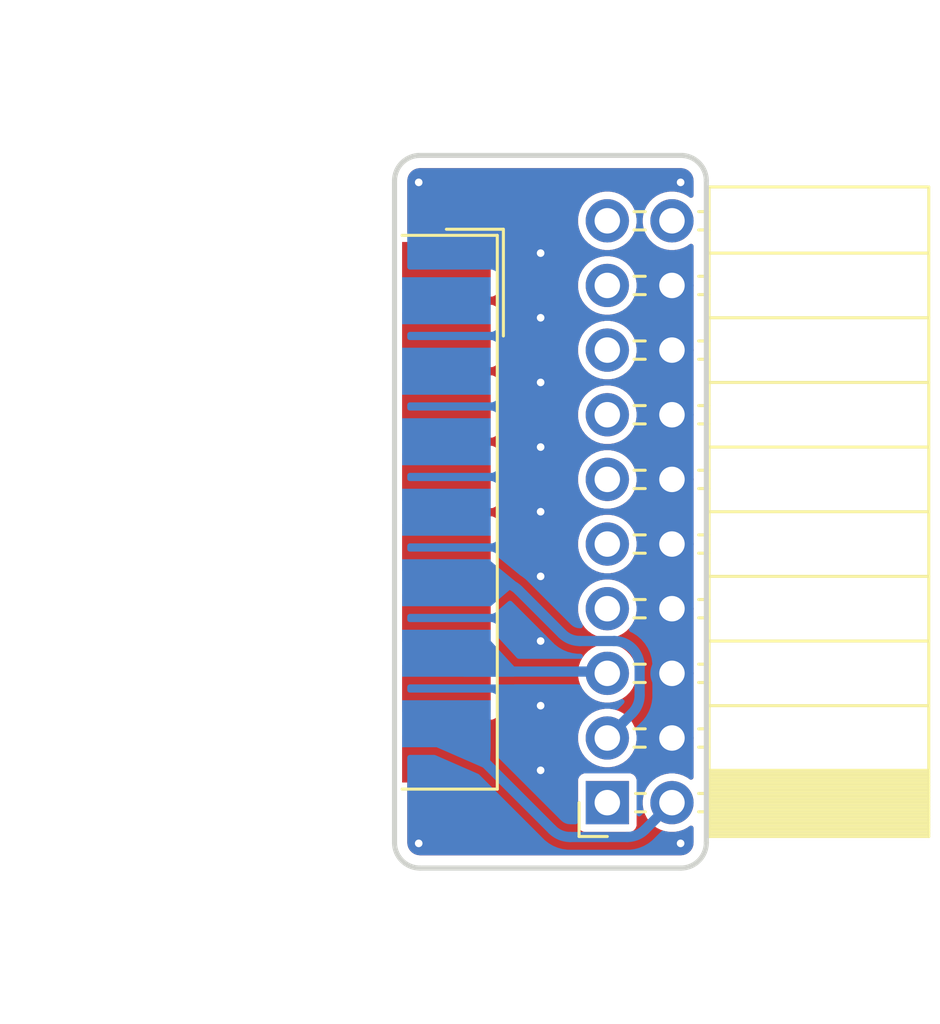
<source format=kicad_pcb>
(kicad_pcb (version 20241229) (generator "pcbnew") (generator_version "9.0")
  (layers (0 "F.Cu" signal) (2 "B.Cu" signal) (13 "F.Paste" user) (15 "B.Paste" user) (5 "F.SilkS" user "F.Silkscreen") (7 "B.SilkS" user "B.Silkscreen") (1 "F.Mask" user) (3 "B.Mask" user) (25 "Edge.Cuts" user))
  (net 0 "")
  (net 1 "GND")
  (net 2 "/SCL")
  (net 4 "/SDA")
  (net 8 "+3V3")
  (footprint "Connector_PinSocket_2.54mm:PinSocket_2x10_P2.54mm_Horizontal" (layer "F.Cu") (at 36.36 51.43 180)
    (property "Reference" "J1" (hide yes))
    (property "Value" "Conn_02x10_Counter_Clockwise" (hide yes))
    (fp_line (start 1.11 -1.33) (end 1.11 0) (stroke (width 0.12)) (layer "F.SilkS"))
    (fp_line (start 0 -1.33) (end 1.11 -1.33) (stroke (width 0.12)) (layer "F.SilkS"))
    (fp_line (start -1.49 23.22) (end -1.05 23.22) (stroke (width 0.12)) (layer "F.SilkS"))
    (fp_line (start -1.49 22.5) (end -1.05 22.5) (stroke (width 0.12)) (layer "F.SilkS"))
    (fp_line (start -1.49 20.68) (end -1.05 20.68) (stroke (width 0.12)) (layer "F.SilkS"))
    (fp_line (start -1.49 19.96) (end -1.05 19.96) (stroke (width 0.12)) (layer "F.SilkS"))
    (fp_line (start -1.49 18.14) (end -1.05 18.14) (stroke (width 0.12)) (layer "F.SilkS"))
    (fp_line (start -1.49 17.42) (end -1.05 17.42) (stroke (width 0.12)) (layer "F.SilkS"))
    (fp_line (start -1.49 15.6) (end -1.05 15.6) (stroke (width 0.12)) (layer "F.SilkS"))
    (fp_line (start -1.49 14.88) (end -1.05 14.88) (stroke (width 0.12)) (layer "F.SilkS"))
    (fp_line (start -1.49 13.06) (end -1.05 13.06) (stroke (width 0.12)) (layer "F.SilkS"))
    (fp_line (start -1.49 12.34) (end -1.05 12.34) (stroke (width 0.12)) (layer "F.SilkS"))
    (fp_line (start -1.49 10.52) (end -1.05 10.52) (stroke (width 0.12)) (layer "F.SilkS"))
    (fp_line (start -1.49 9.8) (end -1.05 9.8) (stroke (width 0.12)) (layer "F.SilkS"))
    (fp_line (start -1.49 7.98) (end -1.05 7.98) (stroke (width 0.12)) (layer "F.SilkS"))
    (fp_line (start -1.49 7.26) (end -1.05 7.26) (stroke (width 0.12)) (layer "F.SilkS"))
    (fp_line (start -1.49 5.44) (end -1.05 5.44) (stroke (width 0.12)) (layer "F.SilkS"))
    (fp_line (start -1.49 4.72) (end -1.05 4.72) (stroke (width 0.12)) (layer "F.SilkS"))
    (fp_line (start -1.49 2.9) (end -1.05 2.9) (stroke (width 0.12)) (layer "F.SilkS"))
    (fp_line (start -1.49 2.18) (end -1.05 2.18) (stroke (width 0.12)) (layer "F.SilkS"))
    (fp_line (start -1.49 0.36) (end -1.11 0.36) (stroke (width 0.12)) (layer "F.SilkS"))
    (fp_line (start -1.49 -0.36) (end -1.11 -0.36) (stroke (width 0.12)) (layer "F.SilkS"))
    (fp_line (start -4 23.22) (end -3.59 23.22) (stroke (width 0.12)) (layer "F.SilkS"))
    (fp_line (start -4 22.5) (end -3.59 22.5) (stroke (width 0.12)) (layer "F.SilkS"))
    (fp_line (start -4 20.68) (end -3.59 20.68) (stroke (width 0.12)) (layer "F.SilkS"))
    (fp_line (start -4 19.96) (end -3.59 19.96) (stroke (width 0.12)) (layer "F.SilkS"))
    (fp_line (start -4 18.14) (end -3.59 18.14) (stroke (width 0.12)) (layer "F.SilkS"))
    (fp_line (start -4 17.42) (end -3.59 17.42) (stroke (width 0.12)) (layer "F.SilkS"))
    (fp_line (start -4 15.6) (end -3.59 15.6) (stroke (width 0.12)) (layer "F.SilkS"))
    (fp_line (start -4 14.88) (end -3.59 14.88) (stroke (width 0.12)) (layer "F.SilkS"))
    (fp_line (start -4 13.06) (end -3.59 13.06) (stroke (width 0.12)) (layer "F.SilkS"))
    (fp_line (start -4 12.34) (end -3.59 12.34) (stroke (width 0.12)) (layer "F.SilkS"))
    (fp_line (start -4 10.52) (end -3.59 10.52) (stroke (width 0.12)) (layer "F.SilkS"))
    (fp_line (start -4 9.8) (end -3.59 9.8) (stroke (width 0.12)) (layer "F.SilkS"))
    (fp_line (start -4 7.98) (end -3.59 7.98) (stroke (width 0.12)) (layer "F.SilkS"))
    (fp_line (start -4 7.26) (end -3.59 7.26) (stroke (width 0.12)) (layer "F.SilkS"))
    (fp_line (start -4 5.44) (end -3.59 5.44) (stroke (width 0.12)) (layer "F.SilkS"))
    (fp_line (start -4 4.72) (end -3.59 4.72) (stroke (width 0.12)) (layer "F.SilkS"))
    (fp_line (start -4 2.9) (end -3.59 2.9) (stroke (width 0.12)) (layer "F.SilkS"))
    (fp_line (start -4 2.18) (end -3.59 2.18) (stroke (width 0.12)) (layer "F.SilkS"))
    (fp_line (start -4 0.36) (end -3.59 0.36) (stroke (width 0.12)) (layer "F.SilkS"))
    (fp_line (start -4 -0.36) (end -3.59 -0.36) (stroke (width 0.12)) (layer "F.SilkS"))
    (fp_line (start -4 -1.33) (end -4 24.19) (stroke (width 0.12)) (layer "F.SilkS"))
    (fp_line (start -12.63 24.19) (end -4 24.19) (stroke (width 0.12)) (layer "F.SilkS"))
    (fp_line (start -12.63 21.59) (end -4 21.59) (stroke (width 0.12)) (layer "F.SilkS"))
    (fp_line (start -12.63 19.05) (end -4 19.05) (stroke (width 0.12)) (layer "F.SilkS"))
    (fp_line (start -12.63 16.51) (end -4 16.51) (stroke (width 0.12)) (layer "F.SilkS"))
    (fp_line (start -12.63 13.97) (end -4 13.97) (stroke (width 0.12)) (layer "F.SilkS"))
    (fp_line (start -12.63 11.43) (end -4 11.43) (stroke (width 0.12)) (layer "F.SilkS"))
    (fp_line (start -12.63 8.89) (end -4 8.89) (stroke (width 0.12)) (layer "F.SilkS"))
    (fp_line (start -12.63 6.35) (end -4 6.35) (stroke (width 0.12)) (layer "F.SilkS"))
    (fp_line (start -12.63 3.81) (end -4 3.81) (stroke (width 0.12)) (layer "F.SilkS"))
    (fp_line (start -12.63 1.27) (end -4 1.27) (stroke (width 0.12)) (layer "F.SilkS"))
    (fp_line (start -12.63 1.1519) (end -4 1.1519) (stroke (width 0.12)) (layer "F.SilkS"))
    (fp_line (start -12.63 1.033805) (end -4 1.033805) (stroke (width 0.12)) (layer "F.SilkS"))
    (fp_line (start -12.63 0.91571) (end -4 0.91571) (stroke (width 0.12)) (layer "F.SilkS"))
    (fp_line (start -12.63 0.797615) (end -4 0.797615) (stroke (width 0.12)) (layer "F.SilkS"))
    (fp_line (start -12.63 0.67952) (end -4 0.67952) (stroke (width 0.12)) (layer "F.SilkS"))
    (fp_line (start -12.63 0.561425) (end -4 0.561425) (stroke (width 0.12)) (layer "F.SilkS"))
    (fp_line (start -12.63 0.44333) (end -4 0.44333) (stroke (width 0.12)) (layer "F.SilkS"))
    (fp_line (start -12.63 0.325235) (end -4 0.325235) (stroke (width 0.12)) (layer "F.SilkS"))
    (fp_line (start -12.63 0.20714) (end -4 0.20714) (stroke (width 0.12)) (layer "F.SilkS"))
    (fp_line (start -12.63 0.089045) (end -4 0.089045) (stroke (width 0.12)) (layer "F.SilkS"))
    (fp_line (start -12.63 -0.02905) (end -4 -0.02905) (stroke (width 0.12)) (layer "F.SilkS"))
    (fp_line (start -12.63 -0.147145) (end -4 -0.147145) (stroke (width 0.12)) (layer "F.SilkS"))
    (fp_line (start -12.63 -0.26524) (end -4 -0.26524) (stroke (width 0.12)) (layer "F.SilkS"))
    (fp_line (start -12.63 -0.383335) (end -4 -0.383335) (stroke (width 0.12)) (layer "F.SilkS"))
    (fp_line (start -12.63 -0.50143) (end -4 -0.50143) (stroke (width 0.12)) (layer "F.SilkS"))
    (fp_line (start -12.63 -0.619525) (end -4 -0.619525) (stroke (width 0.12)) (layer "F.SilkS"))
    (fp_line (start -12.63 -0.73762) (end -4 -0.73762) (stroke (width 0.12)) (layer "F.SilkS"))
    (fp_line (start -12.63 -0.855715) (end -4 -0.855715) (stroke (width 0.12)) (layer "F.SilkS"))
    (fp_line (start -12.63 -0.97381) (end -4 -0.97381) (stroke (width 0.12)) (layer "F.SilkS"))
    (fp_line (start -12.63 -1.091905) (end -4 -1.091905) (stroke (width 0.12)) (layer "F.SilkS"))
    (fp_line (start -12.63 -1.21) (end -4 -1.21) (stroke (width 0.12)) (layer "F.SilkS"))
    (fp_line (start -12.63 -1.33) (end -4 -1.33) (stroke (width 0.12)) (layer "F.SilkS"))
    (fp_line (start -12.63 -1.33) (end -12.63 24.19) (stroke (width 0.12)) (layer "F.SilkS"))
    (pad "1" thru_hole rect (at 0 0 180) (size 1.7 1.7) (drill 1) (layers "*.Cu" "*.Mask"))
    (pad "2" thru_hole circle (at -2.54 0 180) (size 1.7 1.7) (drill 1) (layers "*.Cu" "*.Mask") (net 8 "+3V3"))
    (pad "3" thru_hole circle (at 0 2.54 180) (size 1.7 1.7) (drill 1) (layers "*.Cu" "*.Mask") (net 2 "/SCL"))
    (pad "4" thru_hole circle (at -2.54 2.54 180) (size 1.7 1.7) (drill 1) (layers "*.Cu" "*.Mask") (net 1 "GND"))
    (pad "5" thru_hole circle (at 0 5.08 180) (size 1.7 1.7) (drill 1) (layers "*.Cu" "*.Mask") (net 4 "/SDA"))
    (pad "6" thru_hole circle (at -2.54 5.08 180) (size 1.7 1.7) (drill 1) (layers "*.Cu" "*.Mask") (net 1 "GND"))
    (pad "7" thru_hole circle (at 0 7.62 180) (size 1.7 1.7) (drill 1) (layers "*.Cu" "*.Mask"))
    (pad "8" thru_hole circle (at -2.54 7.62 180) (size 1.7 1.7) (drill 1) (layers "*.Cu" "*.Mask") (net 1 "GND"))
    (pad "9" thru_hole circle (at 0 10.16 180) (size 1.7 1.7) (drill 1) (layers "*.Cu" "*.Mask"))
    (pad "10" thru_hole circle (at -2.54 10.16 180) (size 1.7 1.7) (drill 1) (layers "*.Cu" "*.Mask") (net 1 "GND"))
    (pad "11" thru_hole circle (at 0 12.7 180) (size 1.7 1.7) (drill 1) (layers "*.Cu" "*.Mask"))
    (pad "12" thru_hole circle (at -2.54 12.7 180) (size 1.7 1.7) (drill 1) (layers "*.Cu" "*.Mask") (net 1 "GND"))
    (pad "13" thru_hole circle (at 0 15.24 180) (size 1.7 1.7) (drill 1) (layers "*.Cu" "*.Mask"))
    (pad "14" thru_hole circle (at -2.54 15.24 180) (size 1.7 1.7) (drill 1) (layers "*.Cu" "*.Mask") (net 1 "GND"))
    (pad "15" thru_hole circle (at 0 17.78 180) (size 1.7 1.7) (drill 1) (layers "*.Cu" "*.Mask"))
    (pad "16" thru_hole circle (at -2.54 17.78 180) (size 1.7 1.7) (drill 1) (layers "*.Cu" "*.Mask") (net 1 "GND"))
    (pad "17" thru_hole circle (at 0 20.32 180) (size 1.7 1.7) (drill 1) (layers "*.Cu" "*.Mask"))
    (pad "18" thru_hole circle (at -2.54 20.32 180) (size 1.7 1.7) (drill 1) (layers "*.Cu" "*.Mask") (net 1 "GND"))
    (pad "19" thru_hole circle (at 0 22.86 180) (size 1.7 1.7) (drill 1) (layers "*.Cu" "*.Mask"))
    (pad "20" thru_hole circle (at -2.54 22.86 180) (size 1.7 1.7) (drill 1) (layers "*.Cu" "*.Mask"))
  )
  (footprint "Connector_Dsub:DSUB-15_Pins_EdgeMount_P2.77mm" (layer "F.Cu") (at 30.0375 40.02 -90)
    (property "Reference" "J2" (hide yes))
    (property "Value" "DA15_Pins")
    (fp_line (start 10.878333 1.74) (end 10.878333 -2) (stroke (width 0.12)) (layer "F.SilkS"))
    (fp_line (start -11.118333 0) (end -11.118333 -2.24) (stroke (width 0.12)) (layer "F.SilkS"))
    (fp_line (start -10.878333 -2) (end -10.878333 1.74) (stroke (width 0.12)) (layer "F.SilkS"))
    (fp_line (start 10.878333 -2) (end -10.878333 -2) (stroke (width 0.12)) (layer "F.SilkS"))
    (fp_line (start -11.118333 -2.24) (end -6.925 -2.24) (stroke (width 0.12)) (layer "F.SilkS"))
    (pad "1" smd rect (at -9.695 0 270) (size 1.846667 3.48) (layers "F.Cu" "F.Mask" "F.Paste"))
    (pad "2" smd rect (at -6.925 0 270) (size 1.846667 3.48) (layers "F.Cu" "F.Mask" "F.Paste"))
    (pad "3" smd rect (at -4.155 0 270) (size 1.846667 3.48) (layers "F.Cu" "F.Mask" "F.Paste"))
    (pad "4" smd rect (at -1.385 0 270) (size 1.846667 3.48) (layers "F.Cu" "F.Mask" "F.Paste"))
    (pad "5" smd rect (at 1.385 0 270) (size 1.846667 3.48) (layers "F.Cu" "F.Mask" "F.Paste"))
    (pad "6" smd rect (at 4.155 0 270) (size 1.846667 3.48) (layers "F.Cu" "F.Mask" "F.Paste"))
    (pad "7" smd rect (at 6.925 0 270) (size 1.846667 3.48) (layers "F.Cu" "F.Mask" "F.Paste"))
    (pad "8" smd rect (at 9.695 0 270) (size 1.846667 3.48) (layers "F.Cu" "F.Mask" "F.Paste") (net 1 "GND"))
    (pad "9" smd rect (at -8.31 0 270) (size 1.846667 3.48) (layers "B.Cu" "B.Mask" "B.Paste"))
    (pad "10" smd rect (at -5.54 0 270) (size 1.846667 3.48) (layers "B.Cu" "B.Mask" "B.Paste"))
    (pad "11" smd rect (at -2.77 0 270) (size 1.846667 3.48) (layers "B.Cu" "B.Mask" "B.Paste"))
    (pad "12" smd rect (at 0 0 270) (size 1.846667 3.48) (layers "B.Cu" "B.Mask" "B.Paste"))
    (pad "13" smd rect (at 2.77 0 270) (size 1.846667 3.48) (layers "B.Cu" "B.Mask" "B.Paste") (net 2 "/SCL"))
    (pad "14" smd rect (at 5.54 0 270) (size 1.846667 3.48) (layers "B.Cu" "B.Mask" "B.Paste") (net 4 "/SDA"))
    (pad "15" smd rect (at 8.31 0 270) (size 1.846667 3.48) (layers "B.Cu" "B.Mask" "B.Paste") (net 8 "+3V3"))
  )
  (gr_arc (start 28 27) (mid 28.292893 26.292893) (end 29 26) (stroke (width 0.2)) (layer "Edge.Cuts"))
  (gr_line (start 40.25 27) (end 40.25 53) (stroke (width 0.2)) (layer "Edge.Cuts"))
  (gr_arc (start 29 54) (mid 28.292893 53.707107) (end 28 53) (stroke (width 0.2)) (layer "Edge.Cuts"))
  (gr_line (start 39.25 54) (end 29 54) (stroke (width 0.2)) (layer "Edge.Cuts"))
  (gr_arc (start 40.25 53) (mid 39.957107 53.707107) (end 39.25 54) (stroke (width 0.2)) (layer "Edge.Cuts"))
  (gr_line (start 29 26) (end 39.25 26) (stroke (width 0.2)) (layer "Edge.Cuts"))
  (gr_line (start 28 53) (end 28 27) (stroke (width 0.2)) (layer "Edge.Cuts"))
  (gr_arc (start 39.25 26) (mid 39.957107 26.292893) (end 40.25 27) (stroke (width 0.2)) (layer "Edge.Cuts"))
  (via (at 33.74 29.84) (size 0.6) (drill 0.3) (layers "F.Cu" "B.Cu") (net 1))
  (via (at 33.74 37.46) (size 0.6) (drill 0.3) (layers "F.Cu" "B.Cu") (net 1))
  (via (at 39.24 27.06) (size 0.6) (drill 0.3) (layers "F.Cu" "B.Cu") (net 1))
  (via (at 33.74 32.38) (size 0.6) (drill 0.3) (layers "F.Cu" "B.Cu") (net 1))
  (via (at 33.74 34.92) (size 0.6) (drill 0.3) (layers "F.Cu" "B.Cu") (net 1))
  (via (at 28.95 53.03) (size 0.6) (drill 0.3) (layers "F.Cu" "B.Cu") (net 1))
  (via (at 28.95 27.06) (size 0.6) (drill 0.3) (layers "F.Cu" "B.Cu") (net 1))
  (via (at 33.74 42.54) (size 0.6) (drill 0.3) (layers "F.Cu" "B.Cu") (net 1))
  (via (at 33.74 45.08) (size 0.6) (drill 0.3) (layers "F.Cu" "B.Cu") (net 1))
  (via (at 33.74 47.62) (size 0.6) (drill 0.3) (layers "F.Cu" "B.Cu") (net 1))
  (via (at 39.24 53.03) (size 0.6) (drill 0.3) (layers "F.Cu" "B.Cu") (net 1))
  (via (at 33.74 50.16) (size 0.6) (drill 0.3) (layers "F.Cu" "B.Cu") (net 1))
  (via (at 33.74 40) (size 0.6) (drill 0.3) (layers "F.Cu" "B.Cu") (net 1))
  (segment (start 37.337107 47.912893) (end 36.36 48.89) (width 0.4) (layer "B.Cu") (net 2))
  (segment (start 35.284214 45.08) (end 36.63 45.08) (width 0.4) (layer "B.Cu") (net 2))
  (segment (start 30.0375 42.79) (end 32.165786 42.79) (width 0.4) (layer "B.Cu") (net 2))
  (segment (start 37.63 46.08) (end 37.63 47.205786) (width 0.4) (layer "B.Cu") (net 2))
  (segment (start 32.872893 43.082893) (end 34.577107 44.787107) (width 0.4) (layer "B.Cu") (net 2))
  (arc (start 36.63 45.08) (mid 37.337107 45.372893) (end 37.63 46.08) (width 0.4) (layer "B.Cu") (net 2))
  (arc (start 32.872893 43.082893) (mid 32.54847 42.86612) (end 32.165786 42.79) (width 0.4) (layer "B.Cu") (net 2))
  (arc (start 37.337107 47.912893) (mid 37.55388 47.58847) (end 37.63 47.205786) (width 0.4) (layer "B.Cu") (net 2))
  (arc (start 35.284214 45.08) (mid 34.901531 45.00388) (end 34.577107 44.787107) (width 0.4) (layer "B.Cu") (net 2))
  (segment (start 30.7575 46.28) (end 30.0375 45.56) (width 0.4) (layer "B.Cu") (net 4))
  (segment (start 36.36 46.35) (end 36.29 46.28) (width 0.4) (layer "B.Cu") (net 4))
  (segment (start 36.29 46.28) (end 30.7575 46.28) (width 0.4) (layer "B.Cu") (net 4))
  (segment (start 34.901714 52.78) (end 37.135786 52.78) (width 0.4) (layer "B.Cu") (net 8))
  (segment (start 30.0375 48.33) (end 34.194607 52.487107) (width 0.4) (layer "B.Cu") (net 8))
  (segment (start 37.842893 52.487107) (end 38.9 51.43) (width 0.4) (layer "B.Cu") (net 8))
  (arc (start 37.842893 52.487107) (mid 37.51847 52.70388) (end 37.135786 52.78) (width 0.4) (layer "B.Cu") (net 8))
  (arc (start 34.194607 52.487107) (mid 34.51903 52.70388) (end 34.901714 52.78) (width 0.4) (layer "B.Cu") (net 8))
  (zone (net 1) (net_name "GND") (layers "F.Cu" "B.Cu") (connect_pads yes (clearance 0.3)) (min_thickness 0.2) (fill yes (thermal_gap 0.5) (thermal_bridge_width 0.5))
    (polygon (pts (xy 20 20) (xy 40.25 20.02) (xy 40.22 60.02) (xy 20 60)))
  )
)
</source>
